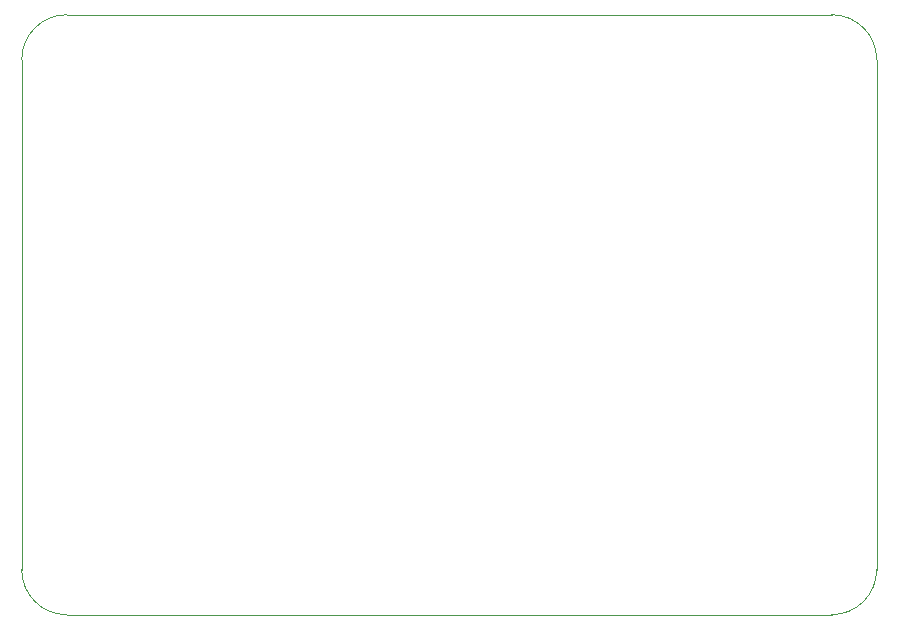
<source format=gbr>
G04 #@! TF.GenerationSoftware,KiCad,Pcbnew,(5.1.0-0)*
G04 #@! TF.CreationDate,2019-05-09T12:41:26+01:00*
G04 #@! TF.ProjectId,MS20filter,4d533230-6669-46c7-9465-722e6b696361,rev?*
G04 #@! TF.SameCoordinates,Original*
G04 #@! TF.FileFunction,Profile,NP*
%FSLAX46Y46*%
G04 Gerber Fmt 4.6, Leading zero omitted, Abs format (unit mm)*
G04 Created by KiCad (PCBNEW (5.1.0-0)) date 2019-05-09 12:41:26*
%MOMM*%
%LPD*%
G04 APERTURE LIST*
%ADD10C,0.050000*%
G04 APERTURE END LIST*
D10*
X265430000Y-34290000D02*
X265430000Y-35560000D01*
X265430000Y-33020000D02*
X265430000Y-34290000D01*
X265430000Y-31750000D02*
X265430000Y-33020000D01*
X196850000Y-27940000D02*
X261620000Y-27940000D01*
X261620000Y-27940000D02*
G75*
G02X265430000Y-31750000I0J-3810000D01*
G01*
X265430000Y-74930000D02*
X265430000Y-33020000D01*
X260350000Y-78740000D02*
X261620000Y-78740000D01*
X265430000Y-74930000D02*
G75*
G02X261620000Y-78740000I-3810000J0D01*
G01*
X196850000Y-78740000D02*
X260350000Y-78740000D01*
X193040000Y-31750000D02*
X193040000Y-74930000D01*
X193040000Y-31750000D02*
G75*
G02X196850000Y-27940000I3810000J0D01*
G01*
X196850000Y-78740000D02*
G75*
G02X193040000Y-74930000I0J3810000D01*
G01*
M02*

</source>
